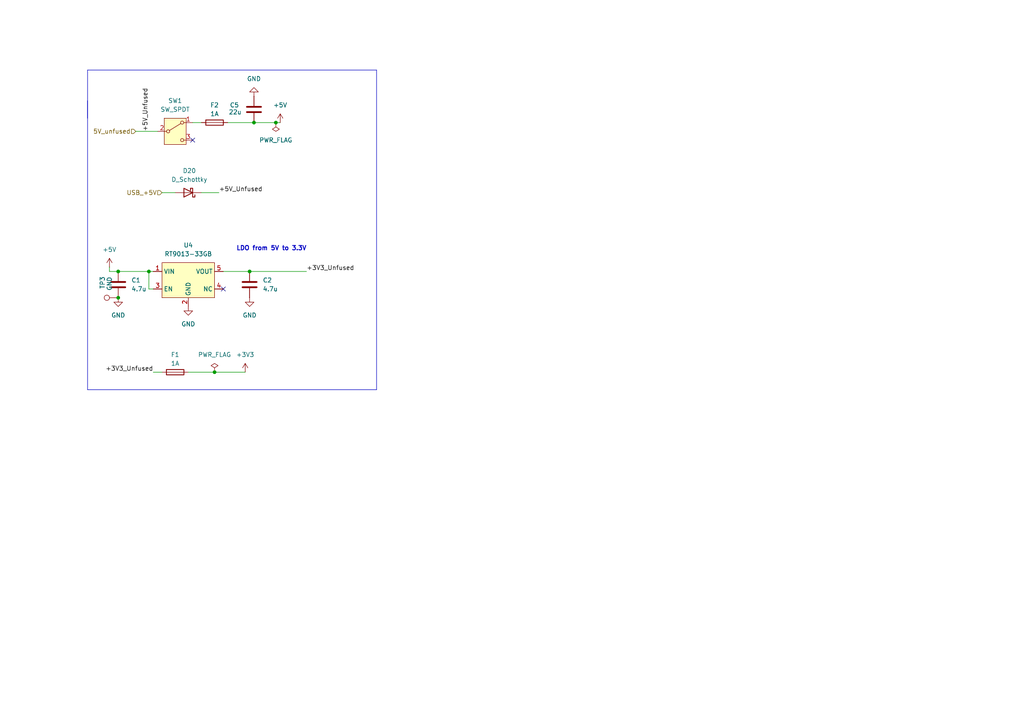
<source format=kicad_sch>
(kicad_sch (version 20250114) (generator "eeschema") (generator_version "9.0")
  (paper "A4")
  (lib_symbols
    (symbol "0_LHRE_Symbols:RT9013-33GB"
      (property "Reference" "U" (at 0 9.906 0))
      (property "Value" "RT9013-33GB" (at 0 7.874 0))
      (symbol "RT9013-33GB_0_1"
        (rectangle (start -7.62 6.35) (end 7.62 -3.81) (fill (type background)))
      )
      (symbol "RT9013-33GB_1_1"
        (pin input line (at -10.16 3.81 0) (length 2.54) (name "VIN") (number "1"))
        (pin input line (at -10.16 -1.27 0) (length 2.54) (name "EN") (number "3"))
        (pin input line (at 0 -6.35 90) (length 2.54) (name "GND") (number "2"))
        (pin output line (at 10.16 3.81 180) (length 2.54) (name "VOUT") (number "5"))
        (pin passive line (at 10.16 -1.27 180) (length 2.54) (name "NC") (number "4"))
      )
    )
    (symbol "0_LHRE_Symbols:SW_SPDT" (pin_names (offset 0) (hide yes))
      (property "Reference" "SW1" (at 0 8.89 0))
      (property "Value" "SW_SPDT" (at 0 6.35 0))
      (symbol "SW_SPDT_0_1"
        (circle (center -2.032 0) (radius 0.4572))
        (polyline (pts (xy -1.651 0.254) (xy 1.651 2.286)))
        (circle (center 2.032 2.54) (radius 0.4572))
        (circle (center 2.032 -2.54) (radius 0.4572))
      )
      (symbol "SW_SPDT_1_1"
        (rectangle (start -3.175 3.81) (end 3.175 -3.81) (fill (type background)))
        (pin passive line (at -5.08 0 0) (length 2.54) (name "B") (number "2"))
        (pin passive line (at 5.08 2.54 180) (length 2.54) (name "A") (number "1"))
        (pin passive line (at 5.08 -2.54 180) (length 2.54) (name "C") (number "3"))
      )
    )
    (symbol "Connector:TestPoint" (pin_numbers (hide yes)) (pin_names (offset 0.762) (hide yes))
      (property "Reference" "TP" (at 0 6.858 0))
      (property "Value" "TestPoint" (at 0 5.08 0))
      (symbol "TestPoint_0_1"
        (circle (center 0 3.302) (radius 0.762))
      )
      (symbol "TestPoint_1_1"
        (pin passive line (at 0 0 90) (length 2.54) (name "1") (number "1"))
      )
    )
    (symbol "Device:C" (pin_numbers (hide yes)) (pin_names (offset 0.254))
      (property "Reference" "C" (at 0.635 2.54 0))
      (property "Value" "C" (at 0.635 -2.54 0))
      (symbol "C_0_1"
        (polyline (pts (xy -2.032 0.762) (xy 2.032 0.762)) (stroke (width 0.508)))
        (polyline (pts (xy -2.032 -0.762) (xy 2.032 -0.762)) (stroke (width 0.508)))
      )
      (symbol "C_1_1"
        (pin passive line (at 0 3.81 270) (length 2.794) (name "~") (number "1"))
        (pin passive line (at 0 -3.81 90) (length 2.794) (name "~") (number "2"))
      )
    )
    (symbol "Device:D_Schottky" (pin_numbers (hide yes)) (pin_names (offset 1.016) (hide yes))
      (property "Reference" "D" (at 0 2.54 0))
      (property "Value" "D_Schottky" (at 0 -2.54 0))
      (symbol "D_Schottky_0_1"
        (polyline (pts (xy -1.905 0.635) (xy -1.905 1.27) (xy -1.27 1.27) (xy -1.27 -1.27) (xy -0.635 -1.27) (xy -0.635 -0.635)) (stroke (width 0.254)))
        (polyline (pts (xy 1.27 1.27) (xy 1.27 -1.27) (xy -1.27 0) (xy 1.27 1.27)) (stroke (width 0.254)))
        (polyline (pts (xy 1.27 0) (xy -1.27 0)))
      )
      (symbol "D_Schottky_1_1"
        (pin passive line (at -3.81 0 0) (length 2.54) (name "K") (number "1"))
        (pin passive line (at 3.81 0 180) (length 2.54) (name "A") (number "2"))
      )
    )
    (symbol "Device:Fuse" (pin_numbers (hide yes)) (pin_names (offset 0))
      (property "Reference" "F" (at 2.032 0 90))
      (property "Value" "Fuse" (at -1.905 0 90))
      (symbol "Fuse_0_1"
        (rectangle (start -0.762 -2.54) (end 0.762 2.54) (stroke (width 0.254)))
        (polyline (pts (xy 0 2.54) (xy 0 -2.54)))
      )
      (symbol "Fuse_1_1"
        (pin passive line (at 0 3.81 270) (length 1.27) (name "~") (number "1"))
        (pin passive line (at 0 -3.81 90) (length 1.27) (name "~") (number "2"))
      )
    )
    (symbol "power:+3V3" (power) (pin_numbers (hide yes)) (pin_names (offset 0) (hide yes))
      (property "Value" "+3V3" (at 0 3.556 0))
      (symbol "+3V3_0_1"
        (polyline (pts (xy -0.762 1.27) (xy 0 2.54)))
        (polyline (pts (xy 0 2.54) (xy 0.762 1.27)))
        (polyline (pts (xy 0 0) (xy 0 2.54)))
      )
      (symbol "+3V3_1_1"
        (pin power_in line (at 0 0 90) (length 0) (name "~") (number "1"))
      )
    )
    (symbol "power:+5V" (power) (pin_numbers (hide yes)) (pin_names (offset 0) (hide yes))
      (property "Value" "+5V" (at 0 3.556 0))
      (symbol "+5V_0_1"
        (polyline (pts (xy -0.762 1.27) (xy 0 2.54)))
        (polyline (pts (xy 0 2.54) (xy 0.762 1.27)))
        (polyline (pts (xy 0 0) (xy 0 2.54)))
      )
      (symbol "+5V_1_1"
        (pin power_in line (at 0 0 90) (length 0) (name "~") (number "1"))
      )
    )
    (symbol "power:GND" (power) (pin_numbers (hide yes)) (pin_names (offset 0) (hide yes))
      (property "Value" "GND" (at 0 -3.81 0))
      (symbol "GND_0_1"
        (polyline (pts (xy 0 0) (xy 0 -1.27) (xy 1.27 -1.27) (xy 0 -2.54) (xy -1.27 -1.27) (xy 0 -1.27)))
      )
      (symbol "GND_1_1"
        (pin power_in line (at 0 0 270) (length 0) (name "~") (number "1"))
      )
    )
    (symbol "power:PWR_FLAG" (power) (pin_numbers (hide yes)) (pin_names (offset 0) (hide yes))
      (property "Value" "PWR_FLAG" (at 0 3.81 0))
      (symbol "PWR_FLAG_0_0"
        (pin power_out line (at 0 0 90) (length 0) (name "~") (number "1"))
      )
      (symbol "PWR_FLAG_0_1"
        (polyline (pts (xy 0 0) (xy 0 1.27) (xy -1.016 1.905) (xy 0 2.54) (xy 1.016 1.905) (xy 0 1.27)))
      )
    )
  )
  (text "LDO from 5V to 3.3V" (at 78.74 72.136 0) (effects (font (size 1.27 1.27) (thickness 0.254) (bold yes))))
  (junction (at 43.18 78.74))
  (junction (at 34.29 86.36))
  (junction (at 73.66 35.56))
  (junction (at 72.39 78.74))
  (junction (at 80.01 35.56))
  (junction (at 34.29 78.74))
  (junction (at 62.23 107.95))
  (no_connect (at 55.88 40.64))
  (no_connect (at 64.77 83.82))
  (polyline (pts (xy 25.4 29.21) (xy 25.4 113.03)))
  (wire (pts (xy 43.18 78.74) (xy 43.18 83.82)))
  (wire (pts (xy 55.88 35.56) (xy 58.42 35.56)))
  (wire (pts (xy 64.77 78.74) (xy 72.39 78.74)))
  (wire (pts (xy 73.66 35.56) (xy 80.01 35.56)))
  (wire (pts (xy 34.29 78.74) (xy 43.18 78.74)))
  (wire (pts (xy 46.99 55.88) (xy 50.8 55.88)))
  (wire (pts (xy 44.45 107.95) (xy 46.99 107.95)))
  (polyline (pts (xy 109.22 113.03) (xy 109.22 20.32)))
  (wire (pts (xy 54.61 107.95) (xy 62.23 107.95)))
  (wire (pts (xy 62.23 107.95) (xy 71.12 107.95)))
  (wire (pts (xy 31.75 78.74) (xy 34.29 78.74)))
  (wire (pts (xy 44.45 78.74) (xy 43.18 78.74)))
  (wire (pts (xy 31.75 77.47) (xy 31.75 78.74)))
  (wire (pts (xy 58.42 55.88) (xy 63.5 55.88)))
  (wire (pts (xy 66.04 35.56) (xy 73.66 35.56)))
  (wire (pts (xy 72.39 78.74) (xy 88.9 78.74)))
  (polyline (pts (xy 25.4 113.03) (xy 109.22 113.03)))
  (wire (pts (xy 39.37 38.1) (xy 45.72 38.1)))
  (wire (pts (xy 43.18 83.82) (xy 44.45 83.82)))
  (polyline (pts (xy 25.4 20.32) (xy 25.4 34.29)))
  (polyline (pts (xy 109.22 20.32) (xy 25.4 20.32)))
  (wire (pts (xy 80.01 35.56) (xy 81.28 35.56)))
  (label "+5V_Unfused" (at 43.18 38.1 90))
  (label "+5V_Unfused" (at 63.5 55.88 0))
  (label "+3V3_Unfused" (at 88.9 78.74 0))
  (label "+3V3_Unfused" (at 44.45 107.95 180))
  (hierarchical_label "USB_+5V" (shape input) (at 46.99 55.88 180))
  (hierarchical_label "5V_unfused" (shape input) (at 39.37 38.1 180) (effects (font (thickness 0.1588))))
  (symbol (lib_id "0_LHRE_Symbols:RT9013-33GB") (at 54.61 82.55 0) (unit 1)
    (property "Reference" "U4" (at 54.61 71.12 0))
    (property "Value" "RT9013-33GB" (at 54.61 73.66 0))
    (property "Footprint" "Package_TO_SOT_SMD:SOT-23-5" (effects (hide yes)))
    (property "Datasheet" "https://www.richtek.com/SaveDownload.aspx?specid=RT9013" (effects (hide yes)))
    (property "Mouser #" "835-RT9013-33GB" (effects (hide yes)))
    (property "Mouser Link" "https://www.mouser.com/ProductDetail/Richtek/RT9013-33GB?qs=amGC7iS6iy%2FHaDkSgZH71g%3D%3D&srsltid=AfmBOooODn1Ocm4fmn6GC_qvaNeEQ5SV8XNoPkZwS81A2LbqskaMPwuH" (effects (hide yes)))
    (property "JLCPCB #" "C47773" (effects (hide yes)))
    (property "Mouser Part Number" "835-RT9013-33GB" (effects (hide yes)))
  )
  (symbol (lib_id "Device:C") (at 73.66 31.75 180) (unit 1)
    (property "Reference" "C5" (at 69.342 30.48 0) (effects (justify left)))
    (property "Value" "22u" (at 70.104 32.512 0) (effects (justify left)))
    (property "Footprint" "Capacitor_SMD:C_0603_1608Metric" (effects (hide yes)))
    (property "Datasheet" "https://www.mouser.com/catalog/specsheets/TAIYO%20YUDEN_03-05-2025_Tayio_Yuden_1102023_MS_mlcc_all_e-3081579-1-65.pdf" (effects (hide yes)))
    (property "Description" "Unpolarized capacitor" (effects (hide yes)))
    (property "Mouser #" "963-A168BB5226MTNA01" (effects (hide yes)))
    (property "Mouser Link" "https://www.mouser.com/ProductDetail/TAIYO-YUDEN/MSASA168BB5226MTNA01?qs=efUn273yAhczomwMiufDyA%3D%3D&srsltid=AfmBOoqSghDDzP1IhMA9vfNgjLHr8NMV2F8yBZI5yO5GIj8H5zAn6JNM" (effects (hide yes)))
    (property "JLCPCB #" "C59461" (effects (hide yes)))
    (property "Mouser Part Number" "963-A168BB5226MTNA01" (effects (hide yes)))
  )
  (symbol (lib_id "Device:D_Schottky") (at 54.61 55.88 180) (unit 1)
    (property "Reference" "D20" (at 54.9275 49.53 0))
    (property "Value" "D_Schottky" (at 54.9275 52.07 0))
    (property "Footprint" "Diode_SMD:D_PowerDI-123" (effects (hide yes)))
    (property "Datasheet" "https://www.lcsc.com/datasheet/lcsc_datasheet_2304140030_Infineon-Technologies-BAT60A-E6327_C520634.pdf" (effects (hide yes)))
    (property "Description" "Schottky diode" (effects (hide yes)))
    (property "Mouser #" "621-DFLS160-F" (effects (hide yes)))
    (property "Mouser Link" "https://www.mouser.com/ProductDetail/Diodes-Incorporated/DFLS160-7?qs=gAIB%252Bn6SvSQZOTFja6ZMPQ%3D%3D" (effects (hide yes)))
    (property "JLCPCB #" "C177023" (effects (hide yes)))
    (property "Mouser Part Number" "726-BAT60AE6327" (effects (hide yes)))
  )
  (symbol (lib_id "Device:Fuse") (at 50.8 107.95 90) (unit 1)
    (property "Reference" "F1" (at 50.8 102.87 90))
    (property "Value" "1A" (at 50.8 105.41 90))
    (property "Footprint" "Fuse:Fuse_0603_1608Metric_Pad1.05x0.95mm_HandSolder" (effects (hide yes)))
    (property "Datasheet" "https://www.eaton.com/content/dam/eaton/products/electronic-components/resources/data-sheet/eaton-0603hv-fast-acting-chip-surface-mount-fuse-data-sheet.pdf" (effects (hide yes)))
    (property "Description" "1A Disposable Fuse" (effects (hide yes)))
    (property "Mouser #" "504-TR-0603HV1-R" (effects (hide yes)))
    (property "Mouser Link" "https://www.mouser.com/ProductDetail/Eaton-Electronics/TR-0603HV1-R?qs=xZ%2FP%252Ba9zWqa2z3F2%252BP4ViA%3D%3D&srsltid=AfmBOorczubBC8HNS-sWmzAXR02xYGYbhcst40jc1DNCTgzLsShWjU0a" (effects (hide yes)))
    (property "JLCPCB #" "C136329" (effects (hide yes)))
    (property "Mouser Part Number" "504-TR-0603HV1-R" (effects (hide yes)))
  )
  (symbol (lib_id "0_LHRE_Symbols:SW_SPDT") (at 50.8 38.1 0) (unit 1)
    (property "Reference" "SW1" (at 50.8 29.21 0))
    (property "Value" "SW_SPDT" (at 50.8 31.75 0))
    (property "Footprint" "Button_Switch_SMD:SW_SPDT_PCM12" (effects (hide yes)))
    (property "Datasheet" "https://www.mouser.com/datasheet/2/240/pcm-3051144.pdf" (effects (hide yes)))
    (property "Description" "Slide Switch, single pole double throw" (effects (hide yes)))
    (property "Mouser Link" "https://www.mouser.com/ProductDetail/CK/PCM12SMTBR?qs=By6Nw2ByBD1OEOnWcdZb2g%3D%3D" (effects (hide yes)))
    (property "Mouser #" "611-PCM12SMTBR" (effects (hide yes)))
    (property "JLCPCB #" "C319020" (effects (hide yes)))
  )
  (symbol (lib_id "power:GND") (at 72.39 86.36 0) (unit 1)
    (property "Reference" "#PWR019" (effects (hide yes)))
    (property "Value" "GND" (at 72.39 91.44 0))
    (property "Description" "Power symbol creates a global label with name \"GND\" , ground" (effects (hide yes)))
  )
  (symbol (lib_id "power:GND") (at 73.66 27.94 180) (unit 1)
    (property "Reference" "#PWR08" (effects (hide yes)))
    (property "Value" "GND" (at 73.66 22.86 0))
    (property "Description" "Power symbol creates a global label with name \"GND\" , ground" (effects (hide yes)))
  )
  (symbol (lib_id "power:+5V") (at 31.75 77.47 0) (unit 1)
    (property "Reference" "#PWR017" (effects (hide yes)))
    (property "Value" "+5V" (at 31.75 72.39 0))
    (property "Description" "Power symbol creates a global label with name \"+5V\"" (effects (hide yes)))
  )
  (symbol (lib_id "power:GND") (at 54.61 88.9 0) (unit 1)
    (property "Reference" "#PWR020" (effects (hide yes)))
    (property "Value" "GND" (at 54.61 93.98 0))
    (property "Description" "Power symbol creates a global label with name \"GND\" , ground" (effects (hide yes)))
  )
  (symbol (lib_id "power:PWR_FLAG") (at 62.23 107.95 0) (unit 1)
    (property "Reference" "#FLG02" (effects (hide yes)))
    (property "Value" "PWR_FLAG" (at 62.23 102.87 0))
    (property "Description" "Special symbol for telling ERC where power comes from" (effects (hide yes)))
  )
  (symbol (lib_id "power:GND") (at 34.29 86.36 0) (unit 1)
    (property "Reference" "#PWR021" (effects (hide yes)))
    (property "Value" "GND" (at 34.29 91.44 0))
    (property "Description" "Power symbol creates a global label with name \"GND\" , ground" (effects (hide yes)))
  )
  (symbol (lib_id "power:PWR_FLAG") (at 80.01 35.56 180) (unit 1)
    (property "Reference" "#FLG01" (effects (hide yes)))
    (property "Value" "PWR_FLAG" (at 80.01 40.64 0))
    (property "Description" "Special symbol for telling ERC where power comes from" (effects (hide yes)))
  )
  (symbol (lib_id "Device:C") (at 72.39 82.55 0) (unit 1)
    (property "Reference" "C2" (at 76.2 81.2799 0) (effects (justify left)))
    (property "Value" "4.7u" (at 76.2 83.8199 0) (effects (justify left)))
    (property "Footprint" "Capacitor_SMD:C_1206_3216Metric" (effects (hide yes)))
    (property "Datasheet" "https://www.mouser.com/ProductDetail/Samsung-Electro-Mechanics/CL31A475KBHNNNE?qs=X6jEic%2FHinDAtDUeTge3nw%3D%3D" (effects (hide yes)))
    (property "Description" "Unpolarized capacitor" (effects (hide yes)))
    (property "Mouser #" "187-CL31A475KBHNNNE" (effects (hide yes)))
    (property "Mouser Link" "https://www.mouser.com/ProductDetail/Samsung-Electro-Mechanics/CL31A475KBHNNNE?qs=X6jEic%2FHinDAtDUeTge3nw%3D%3D&srsltid=AfmBOoqXGShmHEWF5TPyw7LucCVZ4UfmTiFjkyJX2UGL0MMP34FLKGAM" (effects (hide yes)))
    (property "JLCPCB #" "C513768" (effects (hide yes)))
    (property "Mouser Part Number" "187-CL31A475KBHNNNE" (effects (hide yes)))
  )
  (symbol (lib_id "Device:C") (at 34.29 82.55 0) (unit 1)
    (property "Reference" "C1" (at 38.1 81.2799 0) (effects (justify left)))
    (property "Value" "4.7u" (at 38.1 83.8199 0) (effects (justify left)))
    (property "Footprint" "Capacitor_SMD:C_1206_3216Metric" (effects (hide yes)))
    (property "Datasheet" "https://www.mouser.com/ProductDetail/Samsung-Electro-Mechanics/CL31A475KBHNNNE?qs=X6jEic%2FHinDAtDUeTge3nw%3D%3D" (effects (hide yes)))
    (property "Description" "Unpolarized capacitor" (effects (hide yes)))
    (property "Mouser #" "187-CL31A475KBHNNNE" (effects (hide yes)))
    (property "Mouser Link" "https://www.mouser.com/ProductDetail/Samsung-Electro-Mechanics/CL31A475KBHNNNE?qs=X6jEic%2FHinDAtDUeTge3nw%3D%3D&srsltid=AfmBOoqXGShmHEWF5TPyw7LucCVZ4UfmTiFjkyJX2UGL0MMP34FLKGAM" (effects (hide yes)))
    (property "JLCPCB #" "C513768" (effects (hide yes)))
    (property "Mouser Part Number" "187-CL31A475KBHNNNE" (effects (hide yes)))
  )
  (symbol (lib_id "Connector:TestPoint") (at 34.29 86.36 90) (unit 1)
    (property "Reference" "TP3" (at 29.7179 83.82 0) (effects (justify left)))
    (property "Value" "GND" (at 31.75 84.328 0) (effects (justify left)))
    (property "Footprint" "TestPoint:TestPoint_THTPad_1.5x1.5mm_Drill0.7mm" (effects (hide yes)))
    (property "Description" "test point" (effects (hide yes)))
  )
  (symbol (lib_id "power:+3V3") (at 71.12 107.95 0) (unit 1)
    (property "Reference" "#PWR0121" (effects (hide yes)))
    (property "Value" "+3V3" (at 71.12 102.87 0))
    (property "Description" "Power symbol creates a global label with name \"+3V3\"" (effects (hide yes)))
  )
  (symbol (lib_id "power:+5V") (at 81.28 35.56 0) (unit 1)
    (property "Reference" "#PWR07" (effects (hide yes)))
    (property "Value" "+5V" (at 81.28 30.48 0))
    (property "Description" "Power symbol creates a global label with name \"+5V\"" (effects (hide yes)))
  )
  (symbol (lib_id "Device:Fuse") (at 62.23 35.56 90) (unit 1)
    (property "Reference" "F2" (at 62.23 30.48 90))
    (property "Value" "1A" (at 62.23 33.02 90))
    (property "Footprint" "Fuse:Fuse_0603_1608Metric_Pad1.05x0.95mm_HandSolder" (effects (hide yes)))
    (property "Datasheet" "https://www.eaton.com/content/dam/eaton/products/electronic-components/resources/data-sheet/eaton-0603hv-fast-acting-chip-surface-mount-fuse-data-sheet.pdf" (effects (hide yes)))
    (property "Description" "1A Disposable Fuse" (effects (hide yes)))
    (property "Mouser #" "504-TR-0603HV1-R" (effects (hide yes)))
    (property "Mouser Link" "https://www.mouser.com/ProductDetail/Eaton-Electronics/TR-0603HV1-R?qs=xZ%2FP%252Ba9zWqa2z3F2%252BP4ViA%3D%3D&srsltid=AfmBOorczubBC8HNS-sWmzAXR02xYGYbhcst40jc1DNCTgzLsShWjU0a" (effects (hide yes)))
    (property "JLCPCB #" "C136329" (effects (hide yes)))
    (property "Mouser Part Number" "504-TR-0603HV1-R" (effects (hide yes)))
  )
)
</source>
